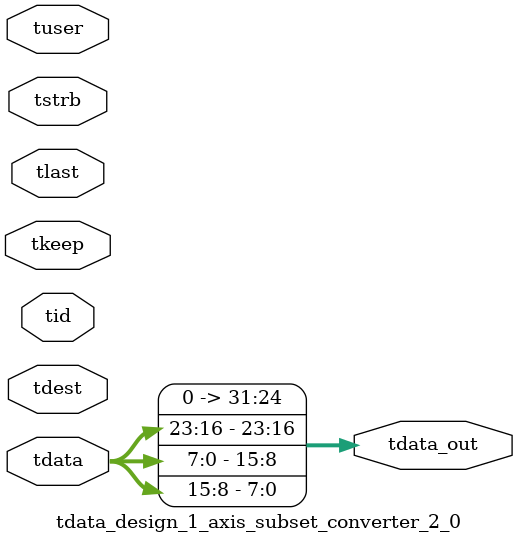
<source format=v>


`timescale 1ps/1ps

module tdata_design_1_axis_subset_converter_2_0 #
(
parameter C_S_AXIS_TDATA_WIDTH = 32,
parameter C_S_AXIS_TUSER_WIDTH = 0,
parameter C_S_AXIS_TID_WIDTH   = 0,
parameter C_S_AXIS_TDEST_WIDTH = 0,
parameter C_M_AXIS_TDATA_WIDTH = 32
)
(
input  [(C_S_AXIS_TDATA_WIDTH == 0 ? 1 : C_S_AXIS_TDATA_WIDTH)-1:0     ] tdata,
input  [(C_S_AXIS_TUSER_WIDTH == 0 ? 1 : C_S_AXIS_TUSER_WIDTH)-1:0     ] tuser,
input  [(C_S_AXIS_TID_WIDTH   == 0 ? 1 : C_S_AXIS_TID_WIDTH)-1:0       ] tid,
input  [(C_S_AXIS_TDEST_WIDTH == 0 ? 1 : C_S_AXIS_TDEST_WIDTH)-1:0     ] tdest,
input  [(C_S_AXIS_TDATA_WIDTH/8)-1:0 ] tkeep,
input  [(C_S_AXIS_TDATA_WIDTH/8)-1:0 ] tstrb,
input                                                                    tlast,
output [C_M_AXIS_TDATA_WIDTH-1:0] tdata_out
);

assign tdata_out = {tdata[23:16],tdata[7:0],tdata[15:8]};

endmodule


</source>
